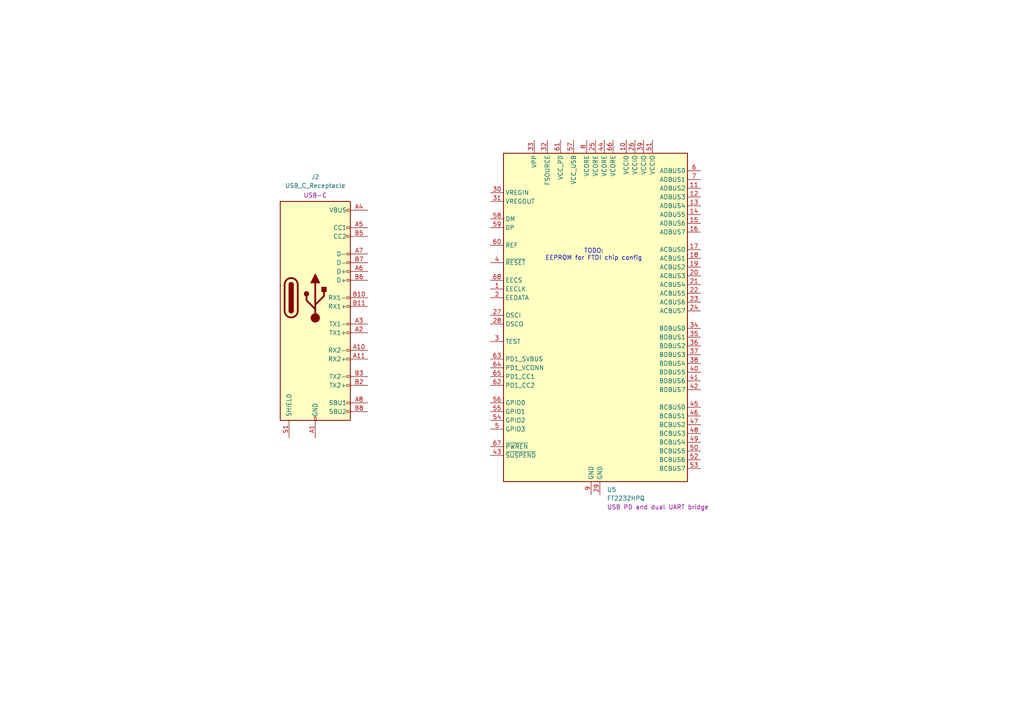
<source format=kicad_sch>
(kicad_sch (version 20231120) (generator "eeschema") (generator_version "8.0")
  (paper "A4")
  (lib_symbols
    (symbol "Connector:USB_C_Receptacle" (pin_names (offset 1.016))
      (property "Reference" "J" (at -10.16 29.21 0))
      (property "Value" "USB_C_Receptacle" (at 10.16 29.21 0))
      (symbol "USB_C_Receptacle_0_0"
        (rectangle (start -0.254 -35.56) (end 0.254 -34.544))
        (rectangle (start 10.16 -32.766) (end 9.144 -33.274))
        (rectangle (start 10.16 -30.226) (end 9.144 -30.734))
        (rectangle (start 10.16 -25.146) (end 9.144 -25.654))
        (rectangle (start 10.16 -22.606) (end 9.144 -23.114))
        (rectangle (start 10.16 -17.526) (end 9.144 -18.034))
        (rectangle (start 10.16 -14.986) (end 9.144 -15.494))
        (rectangle (start 10.16 -9.906) (end 9.144 -10.414))
        (rectangle (start 10.16 -7.366) (end 9.144 -7.874))
        (rectangle (start 10.16 -2.286) (end 9.144 -2.794))
        (rectangle (start 10.16 0.254) (end 9.144 -0.254))
        (rectangle (start 10.16 5.334) (end 9.144 4.826))
        (rectangle (start 10.16 7.874) (end 9.144 7.366))
        (rectangle (start 10.16 10.414) (end 9.144 9.906))
        (rectangle (start 10.16 12.954) (end 9.144 12.446))
        (rectangle (start 10.16 18.034) (end 9.144 17.526))
        (rectangle (start 10.16 20.574) (end 9.144 20.066))
        (rectangle (start 10.16 25.654) (end 9.144 25.146))
      )
      (symbol "USB_C_Receptacle_0_1"
        (rectangle (start -10.16 27.94) (end 10.16 -35.56) (stroke (width 0.254)) (fill (type background)))
        (arc (start -8.89 -3.81) (mid -6.985 -5.7067) (end -5.08 -3.81) (stroke (width 0.508)))
        (arc (start -7.62 -3.81) (mid -6.985 -4.4423) (end -6.35 -3.81) (stroke (width 0.254)))
        (arc (start -7.62 -3.81) (mid -6.985 -4.4423) (end -6.35 -3.81) (stroke (width 0.254)) (fill (type outline)))
        (rectangle (start -7.62 -3.81) (end -6.35 3.81) (stroke (width 0.254)) (fill (type outline)))
        (arc (start -6.35 3.81) (mid -6.985 4.4423) (end -7.62 3.81) (stroke (width 0.254)))
        (arc (start -6.35 3.81) (mid -6.985 4.4423) (end -7.62 3.81) (stroke (width 0.254)) (fill (type outline)))
        (arc (start -5.08 3.81) (mid -6.985 5.7067) (end -8.89 3.81) (stroke (width 0.508)))
        (polyline (pts (xy -8.89 -3.81) (xy -8.89 3.81)) (stroke (width 0.508)))
        (polyline (pts (xy -5.08 3.81) (xy -5.08 -3.81)) (stroke (width 0.508)))
      )
      (symbol "USB_C_Receptacle_1_1"
        (circle (center -2.54 1.143) (radius 0.635) (stroke (width 0.254)) (fill (type outline)))
        (circle (center 0 -5.842) (radius 1.27) (fill (type outline)))
        (polyline (pts (xy 0 -5.842) (xy 0 4.318)) (stroke (width 0.508)))
        (polyline (pts (xy 0 -3.302) (xy -2.54 -0.762) (xy -2.54 0.508)) (stroke (width 0.508)))
        (polyline (pts (xy 0 -2.032) (xy 2.54 0.508) (xy 2.54 1.778)) (stroke (width 0.508)))
        (polyline (pts (xy -1.27 4.318) (xy 0 6.858) (xy 1.27 4.318) (xy -1.27 4.318)) (stroke (width 0.254)) (fill (type outline)))
        (rectangle (start 1.905 1.778) (end 3.175 3.048) (stroke (width 0.254)) (fill (type outline)))
        (pin passive line (at 0 -40.64 90) (length 5.08) (name "GND") (number "A1"))
        (pin bidirectional line (at 15.24 -15.24 180) (length 5.08) (name "RX2-") (number "A10"))
        (pin bidirectional line (at 15.24 -17.78 180) (length 5.08) (name "RX2+") (number "A11"))
        (pin passive line (at 0 -40.64 90) (length 5.08) hide (name "GND") (number "A12"))
        (pin bidirectional line (at 15.24 -10.16 180) (length 5.08) (name "TX1+") (number "A2"))
        (pin bidirectional line (at 15.24 -7.62 180) (length 5.08) (name "TX1-") (number "A3"))
        (pin passive line (at 15.24 25.4 180) (length 5.08) (name "VBUS") (number "A4"))
        (pin bidirectional line (at 15.24 20.32 180) (length 5.08) (name "CC1") (number "A5"))
        (pin bidirectional line (at 15.24 7.62 180) (length 5.08) (name "D+") (number "A6"))
        (pin bidirectional line (at 15.24 12.7 180) (length 5.08) (name "D-") (number "A7"))
        (pin bidirectional line (at 15.24 -30.48 180) (length 5.08) (name "SBU1") (number "A8"))
        (pin passive line (at 15.24 25.4 180) (length 5.08) hide (name "VBUS") (number "A9"))
        (pin passive line (at 0 -40.64 90) (length 5.08) hide (name "GND") (number "B1"))
        (pin bidirectional line (at 15.24 0 180) (length 5.08) (name "RX1-") (number "B10"))
        (pin bidirectional line (at 15.24 -2.54 180) (length 5.08) (name "RX1+") (number "B11"))
        (pin passive line (at 0 -40.64 90) (length 5.08) hide (name "GND") (number "B12"))
        (pin bidirectional line (at 15.24 -25.4 180) (length 5.08) (name "TX2+") (number "B2"))
        (pin bidirectional line (at 15.24 -22.86 180) (length 5.08) (name "TX2-") (number "B3"))
        (pin passive line (at 15.24 25.4 180) (length 5.08) hide (name "VBUS") (number "B4"))
        (pin bidirectional line (at 15.24 17.78 180) (length 5.08) (name "CC2") (number "B5"))
        (pin bidirectional line (at 15.24 5.08 180) (length 5.08) (name "D+") (number "B6"))
        (pin bidirectional line (at 15.24 10.16 180) (length 5.08) (name "D-") (number "B7"))
        (pin bidirectional line (at 15.24 -33.02 180) (length 5.08) (name "SBU2") (number "B8"))
        (pin passive line (at 15.24 25.4 180) (length 5.08) hide (name "VBUS") (number "B9"))
        (pin passive line (at -7.62 -40.64 90) (length 5.08) (name "SHIELD") (number "S1"))
      )
    )
    (symbol "xengineering:FT2232HPQ"
      (property "Reference" "U" (at 20.828 52.07 0))
      (property "Value" "FT2232HPQ" (at 25.654 49.53 0))
      (symbol "FT2232HPQ_0_1"
        (rectangle (start -26.67 46.99) (end 26.67 -48.26) (stroke (width 0.254)) (fill (type background)))
      )
      (symbol "FT2232HPQ_1_1"
        (pin output line (at -30.48 7.62 0) (length 3.81) (name "EECLK") (number "1"))
        (pin input line (at 8.89 50.8 270) (length 3.81) (name "VCCIO") (number "10"))
        (pin bidirectional line (at 30.48 36.83 180) (length 3.81) (name "ADBUS2") (number "11"))
        (pin bidirectional line (at 30.48 34.29 180) (length 3.81) (name "ADBUS3") (number "12"))
        (pin bidirectional line (at 30.48 31.75 180) (length 3.81) (name "ADBUS4") (number "13"))
        (pin bidirectional line (at 30.48 29.21 180) (length 3.81) (name "ADBUS5") (number "14"))
        (pin bidirectional line (at 30.48 26.67 180) (length 3.81) (name "ADBUS6") (number "15"))
        (pin bidirectional line (at 30.48 24.13 180) (length 3.81) (name "ADBUS7") (number "16"))
        (pin bidirectional line (at 30.48 19.05 180) (length 3.81) (name "ACBUS0") (number "17"))
        (pin bidirectional line (at 30.48 16.51 180) (length 3.81) (name "ACBUS1") (number "18"))
        (pin bidirectional line (at 30.48 13.97 180) (length 3.81) (name "ACBUS2") (number "19"))
        (pin bidirectional line (at -30.48 5.08 0) (length 3.81) (name "EEDATA") (number "2"))
        (pin bidirectional line (at 30.48 11.43 180) (length 3.81) (name "ACBUS3") (number "20"))
        (pin bidirectional line (at 30.48 8.89 180) (length 3.81) (name "ACBUS4") (number "21"))
        (pin bidirectional line (at 30.48 6.35 180) (length 3.81) (name "ACBUS5") (number "22"))
        (pin bidirectional line (at 30.48 3.81 180) (length 3.81) (name "ACBUS6") (number "23"))
        (pin bidirectional line (at 30.48 1.27 180) (length 3.81) (name "ACBUS7") (number "24"))
        (pin input line (at 0 50.8 270) (length 3.81) (name "VCORE") (number "25"))
        (pin input line (at 11.43 50.8 270) (length 3.81) (name "VCCIO") (number "26"))
        (pin input line (at -30.48 0 0) (length 3.81) (name "OSCI") (number "27"))
        (pin output line (at -30.48 -2.54 0) (length 3.81) (name "OSCO") (number "28"))
        (pin input line (at 1.27 -52.07 90) (length 3.81) (name "GND") (number "29"))
        (pin input line (at -30.48 -7.62 0) (length 3.81) (name "TEST") (number "3"))
        (pin input line (at -30.48 35.56 0) (length 3.81) (name "VREGIN") (number "30"))
        (pin output line (at -30.48 33.02 0) (length 3.81) (name "VREGOUT") (number "31"))
        (pin input line (at -13.97 50.8 270) (length 3.81) (name "FSOURCE") (number "32"))
        (pin input line (at -17.78 50.8 270) (length 3.81) (name "VPP") (number "33"))
        (pin bidirectional line (at 30.48 -3.81 180) (length 3.81) (name "BDBUS0") (number "34"))
        (pin bidirectional line (at 30.48 -6.35 180) (length 3.81) (name "BDBUS1") (number "35"))
        (pin bidirectional line (at 30.48 -8.89 180) (length 3.81) (name "BDBUS2") (number "36"))
        (pin bidirectional line (at 30.48 -11.43 180) (length 3.81) (name "BDBUS3") (number "37"))
        (pin bidirectional line (at 30.48 -13.97 180) (length 3.81) (name "BDBUS4") (number "38"))
        (pin input line (at 13.97 50.8 270) (length 3.81) (name "VCCIO") (number "39"))
        (pin input line (at -30.48 15.24 0) (length 3.81) (name "~{RESET}") (number "4"))
        (pin bidirectional line (at 30.48 -16.51 180) (length 3.81) (name "BDBUS5") (number "40"))
        (pin bidirectional line (at 30.48 -19.05 180) (length 3.81) (name "BDBUS6") (number "41"))
        (pin bidirectional line (at 30.48 -21.59 180) (length 3.81) (name "BDBUS7") (number "42"))
        (pin output line (at -30.48 -40.64 0) (length 3.81) (name "~{SUSPEND}") (number "43"))
        (pin input line (at 2.54 50.8 270) (length 3.81) (name "VCORE") (number "44"))
        (pin bidirectional line (at 30.48 -26.67 180) (length 3.81) (name "BCBUS0") (number "45"))
        (pin bidirectional line (at 30.48 -29.21 180) (length 3.81) (name "BCBUS1") (number "46"))
        (pin bidirectional line (at 30.48 -31.75 180) (length 3.81) (name "BCBUS2") (number "47"))
        (pin bidirectional line (at 30.48 -34.29 180) (length 3.81) (name "BCBUS3") (number "48"))
        (pin bidirectional line (at 30.48 -36.83 180) (length 3.81) (name "BCBUS4") (number "49"))
        (pin bidirectional line (at -30.48 -33.02 0) (length 3.81) (name "GPIO3") (number "5"))
        (pin bidirectional line (at 30.48 -39.37 180) (length 3.81) (name "BCBUS5") (number "50"))
        (pin input line (at 16.51 50.8 270) (length 3.81) (name "VCCIO") (number "51"))
        (pin bidirectional line (at 30.48 -41.91 180) (length 3.81) (name "BCBUS6") (number "52"))
        (pin bidirectional line (at 30.48 -44.45 180) (length 3.81) (name "BCBUS7") (number "53"))
        (pin bidirectional line (at -30.48 -30.48 0) (length 3.81) (name "GPIO2") (number "54"))
        (pin bidirectional line (at -30.48 -27.94 0) (length 3.81) (name "GPIO1") (number "55"))
        (pin bidirectional line (at -30.48 -25.4 0) (length 3.81) (name "GPIO0") (number "56"))
        (pin input line (at -6.35 50.8 270) (length 3.81) (name "VCC_USB") (number "57"))
        (pin bidirectional line (at -30.48 27.94 0) (length 3.81) (name "DM") (number "58"))
        (pin bidirectional line (at -30.48 25.4 0) (length 3.81) (name "DP") (number "59"))
        (pin bidirectional line (at 30.48 41.91 180) (length 3.81) (name "ADBUS0") (number "6"))
        (pin input line (at -30.48 20.32 0) (length 3.81) (name "REF") (number "60"))
        (pin input line (at -10.16 50.8 270) (length 3.81) (name "VCC_PD") (number "61"))
        (pin bidirectional line (at -30.48 -20.32 0) (length 3.81) (name "PD1_CC2") (number "62"))
        (pin input line (at -30.48 -12.7 0) (length 3.81) (name "PD1_SVBUS") (number "63"))
        (pin input line (at -30.48 -15.24 0) (length 3.81) (name "PD1_VCONN") (number "64"))
        (pin bidirectional line (at -30.48 -17.78 0) (length 3.81) (name "PD1_CC1") (number "65"))
        (pin input line (at 5.08 50.8 270) (length 3.81) (name "VCORE") (number "66"))
        (pin output line (at -30.48 -38.1 0) (length 3.81) (name "~{PWREN}") (number "67"))
        (pin bidirectional line (at -30.48 10.16 0) (length 3.81) (name "EECS") (number "68"))
        (pin bidirectional line (at 30.48 39.37 180) (length 3.81) (name "ADBUS1") (number "7"))
        (pin input line (at -2.54 50.8 270) (length 3.81) (name "VCORE") (number "8"))
        (pin input line (at -1.27 -52.07 90) (length 3.81) (name "GND") (number "9"))
      )
    )
  )
  (text "TODO:\nEEPROM for FTDI chip config" (at 172.212 73.914 0) (effects (font (size 1.27 1.27))))
  (symbol (lib_id "Connector:USB_C_Receptacle") (at 91.44 86.36 0) (unit 1)
    (property "Reference" "J2" (at 91.44 51.308 0))
    (property "Value" "USB_C_Receptacle" (at 91.44 53.848 0))
    (property "Datasheet" "https://cdn.amphenol-cs.com/media/wysiwyg/files/documentation/datasheet/inputoutput/io_usb_3_2_type_c.pdf" (effects (hide yes)))
    (property "Description" "USB-C" (at 91.44 56.642 0))
    (property "MPN" "12401610E4#2A" (effects (hide yes)))
    (property "Manufacturer" "Amphenol ICC" (effects (hide yes)))
  )
  (symbol (lib_id "xengineering:FT2232HPQ") (at 172.72 91.44 0) (unit 1)
    (property "Reference" "U5" (at 176.022 141.986 0) (effects (justify left)))
    (property "Value" "FT2232HPQ" (at 176.022 144.526 0) (effects (justify left)))
    (property "Datasheet" "https://ftdichip.com/wp-content/uploads/2024/09/DS_FT2233HP.pdf" (effects (hide yes)))
    (property "Description" "USB PD and dual UART bridge" (at 176.022 147.066 0) (effects (justify left)))
    (property "Manufacturer" "FTDI Limited" (effects (hide yes)))
    (property "MPN" "FT2232HPQ-TRAY" (effects (hide yes)))
  )
)
</source>
